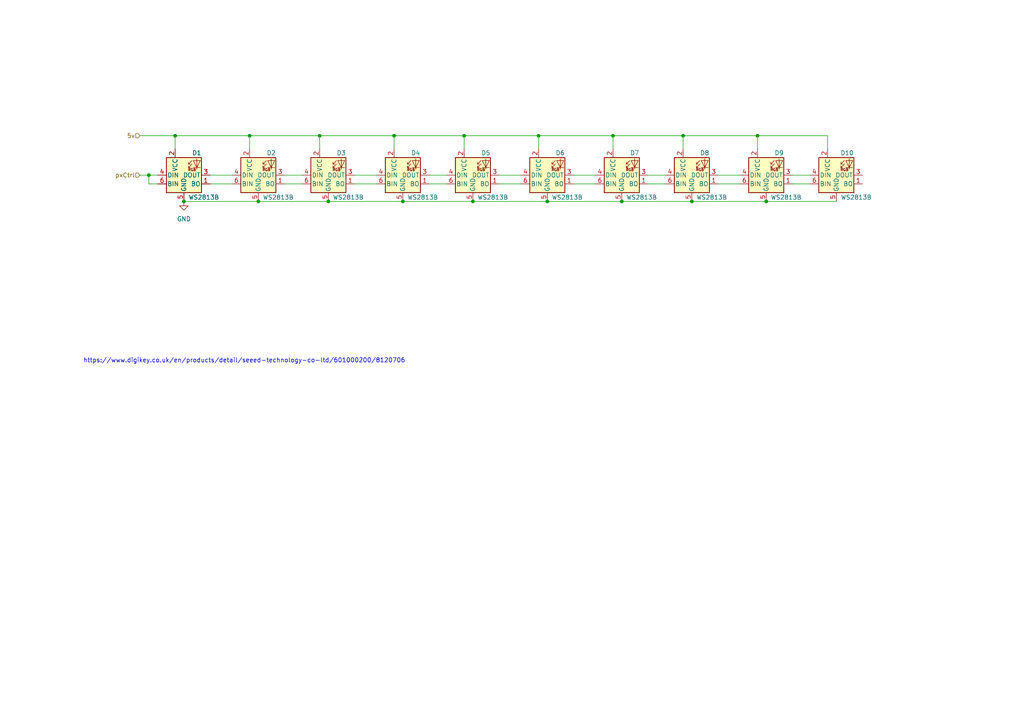
<source format=kicad_sch>
(kicad_sch (version 20211123) (generator eeschema)
  (paper "A4")
  (lib_symbols
    (symbol "WS2813B_1" (pin_names (offset 0.254))
      (property "Reference" "D" (at 5.08 5.715 0))
      (property "Value" "WS2813B_1" (at 1.27 -5.715 0))
      (symbol "WS2813B_1_0_0"
        (text "RGB" (at 2.3431 1.5678 0) (effects (font (size 0.762 0.762))))
      )
      (symbol "WS2813B_1_0_1"
        (polyline (pts (xy 1.3659 2.1954) (xy 1.8739 2.1954)))
        (polyline (pts (xy 1.3659 3.2114) (xy 1.8739 3.2114)))
        (polyline (pts (xy 4.7561 2.2028) (xy 2.7241 2.2028)))
        (polyline (pts (xy 2.3431 3.2188) (xy 1.3271 2.2028) (xy 1.3271 2.7108)))
        (polyline (pts (xy 2.3431 4.2348) (xy 1.3271 3.2188) (xy 1.3271 3.7268)))
        (polyline (pts (xy 3.7401 4.7428) (xy 3.7401 2.2028) (xy 3.7401 1.6948)))
        (polyline (pts (xy 4.7561 4.2348) (xy 2.7241 4.2348) (xy 3.7401 2.2028) (xy 4.7561 4.2348)))
        (rectangle (start 5.08 5.08) (end -5.08 -5.08) (stroke (width 0.254)) (fill (type background)))
      )
      (symbol "WS2813B_1_1_1"
        (pin output line (at 7.62 -2.54 180) (length 2.54) (name "BO") (number "1"))
        (pin power_in line (at -2.54 7.62 270) (length 2.54) (name "VCC") (number "2"))
        (pin output line (at 7.62 0 180) (length 2.54) (name "DOUT") (number "3"))
        (pin input line (at -7.62 0 0) (length 2.54) (name "DIN") (number "4"))
        (pin power_in line (at 0 -7.62 90) (length 2.54) (name "GND") (number "5"))
        (pin input line (at -7.62 -2.54 0) (length 2.54) (name "BIN") (number "6"))
      )
    )
    (symbol "WS2813B_10" (pin_names (offset 0.254))
      (property "Reference" "D" (at 5.08 5.715 0))
      (property "Value" "WS2813B_10" (at 1.27 -5.715 0))
      (symbol "WS2813B_10_0_0"
        (text "RGB" (at 2.3431 1.5678 0) (effects (font (size 0.762 0.762))))
      )
      (symbol "WS2813B_10_0_1"
        (polyline (pts (xy 1.3659 2.1954) (xy 1.8739 2.1954)))
        (polyline (pts (xy 1.3659 3.2114) (xy 1.8739 3.2114)))
        (polyline (pts (xy 4.7561 2.2028) (xy 2.7241 2.2028)))
        (polyline (pts (xy 2.3431 3.2188) (xy 1.3271 2.2028) (xy 1.3271 2.7108)))
        (polyline (pts (xy 2.3431 4.2348) (xy 1.3271 3.2188) (xy 1.3271 3.7268)))
        (polyline (pts (xy 3.7401 4.7428) (xy 3.7401 2.2028) (xy 3.7401 1.6948)))
        (polyline (pts (xy 4.7561 4.2348) (xy 2.7241 4.2348) (xy 3.7401 2.2028) (xy 4.7561 4.2348)))
        (rectangle (start 5.08 5.08) (end -5.08 -5.08) (stroke (width 0.254)) (fill (type background)))
      )
      (symbol "WS2813B_10_1_1"
        (pin output line (at 7.62 -2.54 180) (length 2.54) (name "BO") (number "1"))
        (pin power_in line (at -2.54 7.62 270) (length 2.54) (name "VCC") (number "2"))
        (pin output line (at 7.62 0 180) (length 2.54) (name "DOUT") (number "3"))
        (pin input line (at -7.62 0 0) (length 2.54) (name "DIN") (number "4"))
        (pin power_in line (at 0 -7.62 90) (length 2.54) (name "GND") (number "5"))
        (pin input line (at -7.62 -2.54 0) (length 2.54) (name "BIN") (number "6"))
      )
    )
    (symbol "WS2813B_11" (pin_names (offset 0.254))
      (property "Reference" "D" (at 5.08 5.715 0))
      (property "Value" "WS2813B_11" (at 1.27 -5.715 0))
      (symbol "WS2813B_11_0_0"
        (text "RGB" (at 2.3431 1.5678 0) (effects (font (size 0.762 0.762))))
      )
      (symbol "WS2813B_11_0_1"
        (polyline (pts (xy 1.3659 2.1954) (xy 1.8739 2.1954)))
        (polyline (pts (xy 1.3659 3.2114) (xy 1.8739 3.2114)))
        (polyline (pts (xy 4.7561 2.2028) (xy 2.7241 2.2028)))
        (polyline (pts (xy 2.3431 3.2188) (xy 1.3271 2.2028) (xy 1.3271 2.7108)))
        (polyline (pts (xy 2.3431 4.2348) (xy 1.3271 3.2188) (xy 1.3271 3.7268)))
        (polyline (pts (xy 3.7401 4.7428) (xy 3.7401 2.2028) (xy 3.7401 1.6948)))
        (polyline (pts (xy 4.7561 4.2348) (xy 2.7241 4.2348) (xy 3.7401 2.2028) (xy 4.7561 4.2348)))
        (rectangle (start 5.08 5.08) (end -5.08 -5.08) (stroke (width 0.254)) (fill (type background)))
      )
      (symbol "WS2813B_11_1_1"
        (pin output line (at 7.62 -2.54 180) (length 2.54) (name "BO") (number "1"))
        (pin power_in line (at -2.54 7.62 270) (length 2.54) (name "VCC") (number "2"))
        (pin output line (at 7.62 0 180) (length 2.54) (name "DOUT") (number "3"))
        (pin input line (at -7.62 0 0) (length 2.54) (name "DIN") (number "4"))
        (pin power_in line (at 0 -7.62 90) (length 2.54) (name "GND") (number "5"))
        (pin input line (at -7.62 -2.54 0) (length 2.54) (name "BIN") (number "6"))
      )
    )
    (symbol "WS2813B_2" (pin_names (offset 0.254))
      (property "Reference" "D" (at 5.08 5.715 0))
      (property "Value" "WS2813B_2" (at 1.27 -5.715 0))
      (symbol "WS2813B_2_0_0"
        (text "RGB" (at 2.3431 1.5678 0) (effects (font (size 0.762 0.762))))
      )
      (symbol "WS2813B_2_0_1"
        (polyline (pts (xy 1.3659 2.1954) (xy 1.8739 2.1954)))
        (polyline (pts (xy 1.3659 3.2114) (xy 1.8739 3.2114)))
        (polyline (pts (xy 4.7561 2.2028) (xy 2.7241 2.2028)))
        (polyline (pts (xy 2.3431 3.2188) (xy 1.3271 2.2028) (xy 1.3271 2.7108)))
        (polyline (pts (xy 2.3431 4.2348) (xy 1.3271 3.2188) (xy 1.3271 3.7268)))
        (polyline (pts (xy 3.7401 4.7428) (xy 3.7401 2.2028) (xy 3.7401 1.6948)))
        (polyline (pts (xy 4.7561 4.2348) (xy 2.7241 4.2348) (xy 3.7401 2.2028) (xy 4.7561 4.2348)))
        (rectangle (start 5.08 5.08) (end -5.08 -5.08) (stroke (width 0.254)) (fill (type background)))
      )
      (symbol "WS2813B_2_1_1"
        (pin output line (at 7.62 -2.54 180) (length 2.54) (name "BO") (number "1"))
        (pin power_in line (at -2.54 7.62 270) (length 2.54) (name "VCC") (number "2"))
        (pin output line (at 7.62 0 180) (length 2.54) (name "DOUT") (number "3"))
        (pin input line (at -7.62 0 0) (length 2.54) (name "DIN") (number "4"))
        (pin power_in line (at 0 -7.62 90) (length 2.54) (name "GND") (number "5"))
        (pin input line (at -7.62 -2.54 0) (length 2.54) (name "BIN") (number "6"))
      )
    )
    (symbol "WS2813B_3" (pin_names (offset 0.254))
      (property "Reference" "D" (at 5.08 5.715 0))
      (property "Value" "WS2813B_3" (at 1.27 -5.715 0))
      (symbol "WS2813B_3_0_0"
        (text "RGB" (at 2.3431 1.5678 0) (effects (font (size 0.762 0.762))))
      )
      (symbol "WS2813B_3_0_1"
        (polyline (pts (xy 1.3659 2.1954) (xy 1.8739 2.1954)))
        (polyline (pts (xy 1.3659 3.2114) (xy 1.8739 3.2114)))
        (polyline (pts (xy 4.7561 2.2028) (xy 2.7241 2.2028)))
        (polyline (pts (xy 2.3431 3.2188) (xy 1.3271 2.2028) (xy 1.3271 2.7108)))
        (polyline (pts (xy 2.3431 4.2348) (xy 1.3271 3.2188) (xy 1.3271 3.7268)))
        (polyline (pts (xy 3.7401 4.7428) (xy 3.7401 2.2028) (xy 3.7401 1.6948)))
        (polyline (pts (xy 4.7561 4.2348) (xy 2.7241 4.2348) (xy 3.7401 2.2028) (xy 4.7561 4.2348)))
        (rectangle (start 5.08 5.08) (end -5.08 -5.08) (stroke (width 0.254)) (fill (type background)))
      )
      (symbol "WS2813B_3_1_1"
        (pin output line (at 7.62 -2.54 180) (length 2.54) (name "BO") (number "1"))
        (pin power_in line (at -2.54 7.62 270) (length 2.54) (name "VCC") (number "2"))
        (pin output line (at 7.62 0 180) (length 2.54) (name "DOUT") (number "3"))
        (pin input line (at -7.62 0 0) (length 2.54) (name "DIN") (number "4"))
        (pin power_in line (at 0 -7.62 90) (length 2.54) (name "GND") (number "5"))
        (pin input line (at -7.62 -2.54 0) (length 2.54) (name "BIN") (number "6"))
      )
    )
    (symbol "WS2813B_4" (pin_names (offset 0.254))
      (property "Reference" "D" (at 5.08 5.715 0))
      (property "Value" "WS2813B_4" (at 1.27 -5.715 0))
      (symbol "WS2813B_4_0_0"
        (text "RGB" (at 2.3431 1.5678 0) (effects (font (size 0.762 0.762))))
      )
      (symbol "WS2813B_4_0_1"
        (polyline (pts (xy 1.3659 2.1954) (xy 1.8739 2.1954)))
        (polyline (pts (xy 1.3659 3.2114) (xy 1.8739 3.2114)))
        (polyline (pts (xy 4.7561 2.2028) (xy 2.7241 2.2028)))
        (polyline (pts (xy 2.3431 3.2188) (xy 1.3271 2.2028) (xy 1.3271 2.7108)))
        (polyline (pts (xy 2.3431 4.2348) (xy 1.3271 3.2188) (xy 1.3271 3.7268)))
        (polyline (pts (xy 3.7401 4.7428) (xy 3.7401 2.2028) (xy 3.7401 1.6948)))
        (polyline (pts (xy 4.7561 4.2348) (xy 2.7241 4.2348) (xy 3.7401 2.2028) (xy 4.7561 4.2348)))
        (rectangle (start 5.08 5.08) (end -5.08 -5.08) (stroke (width 0.254)) (fill (type background)))
      )
      (symbol "WS2813B_4_1_1"
        (pin output line (at 7.62 -2.54 180) (length 2.54) (name "BO") (number "1"))
        (pin power_in line (at -2.54 7.62 270) (length 2.54) (name "VCC") (number "2"))
        (pin output line (at 7.62 0 180) (length 2.54) (name "DOUT") (number "3"))
        (pin input line (at -7.62 0 0) (length 2.54) (name "DIN") (number "4"))
        (pin power_in line (at 0 -7.62 90) (length 2.54) (name "GND") (number "5"))
        (pin input line (at -7.62 -2.54 0) (length 2.54) (name "BIN") (number "6"))
      )
    )
    (symbol "WS2813B_5" (pin_names (offset 0.254))
      (property "Reference" "D" (at 5.08 5.715 0))
      (property "Value" "WS2813B_5" (at 1.27 -5.715 0))
      (symbol "WS2813B_5_0_0"
        (text "RGB" (at 2.3431 1.5678 0) (effects (font (size 0.762 0.762))))
      )
      (symbol "WS2813B_5_0_1"
        (polyline (pts (xy 1.3659 2.1954) (xy 1.8739 2.1954)))
        (polyline (pts (xy 1.3659 3.2114) (xy 1.8739 3.2114)))
        (polyline (pts (xy 4.7561 2.2028) (xy 2.7241 2.2028)))
        (polyline (pts (xy 2.3431 3.2188) (xy 1.3271 2.2028) (xy 1.3271 2.7108)))
        (polyline (pts (xy 2.3431 4.2348) (xy 1.3271 3.2188) (xy 1.3271 3.7268)))
        (polyline (pts (xy 3.7401 4.7428) (xy 3.7401 2.2028) (xy 3.7401 1.6948)))
        (polyline (pts (xy 4.7561 4.2348) (xy 2.7241 4.2348) (xy 3.7401 2.2028) (xy 4.7561 4.2348)))
        (rectangle (start 5.08 5.08) (end -5.08 -5.08) (stroke (width 0.254)) (fill (type background)))
      )
      (symbol "WS2813B_5_1_1"
        (pin output line (at 7.62 -2.54 180) (length 2.54) (name "BO") (number "1"))
        (pin power_in line (at -2.54 7.62 270) (length 2.54) (name "VCC") (number "2"))
        (pin output line (at 7.62 0 180) (length 2.54) (name "DOUT") (number "3"))
        (pin input line (at -7.62 0 0) (length 2.54) (name "DIN") (number "4"))
        (pin power_in line (at 0 -7.62 90) (length 2.54) (name "GND") (number "5"))
        (pin input line (at -7.62 -2.54 0) (length 2.54) (name "BIN") (number "6"))
      )
    )
    (symbol "WS2813B_6" (pin_names (offset 0.254))
      (property "Reference" "D" (at 5.08 5.715 0))
      (property "Value" "WS2813B_6" (at 1.27 -5.715 0))
      (symbol "WS2813B_6_0_0"
        (text "RGB" (at 2.3431 1.5678 0) (effects (font (size 0.762 0.762))))
      )
      (symbol "WS2813B_6_0_1"
        (polyline (pts (xy 1.3659 2.1954) (xy 1.8739 2.1954)))
        (polyline (pts (xy 1.3659 3.2114) (xy 1.8739 3.2114)))
        (polyline (pts (xy 4.7561 2.2028) (xy 2.7241 2.2028)))
        (polyline (pts (xy 2.3431 3.2188) (xy 1.3271 2.2028) (xy 1.3271 2.7108)))
        (polyline (pts (xy 2.3431 4.2348) (xy 1.3271 3.2188) (xy 1.3271 3.7268)))
        (polyline (pts (xy 3.7401 4.7428) (xy 3.7401 2.2028) (xy 3.7401 1.6948)))
        (polyline (pts (xy 4.7561 4.2348) (xy 2.7241 4.2348) (xy 3.7401 2.2028) (xy 4.7561 4.2348)))
        (rectangle (start 5.08 5.08) (end -5.08 -5.08) (stroke (width 0.254)) (fill (type background)))
      )
      (symbol "WS2813B_6_1_1"
        (pin output line (at 7.62 -2.54 180) (length 2.54) (name "BO") (number "1"))
        (pin power_in line (at -2.54 7.62 270) (length 2.54) (name "VCC") (number "2"))
        (pin output line (at 7.62 0 180) (length 2.54) (name "DOUT") (number "3"))
        (pin input line (at -7.62 0 0) (length 2.54) (name "DIN") (number "4"))
        (pin power_in line (at 0 -7.62 90) (length 2.54) (name "GND") (number "5"))
        (pin input line (at -7.62 -2.54 0) (length 2.54) (name "BIN") (number "6"))
      )
    )
    (symbol "WS2813B_9" (pin_names (offset 0.254))
      (property "Reference" "D" (at 5.08 5.715 0))
      (property "Value" "WS2813B_9" (at 1.27 -5.715 0))
      (symbol "WS2813B_9_0_0"
        (text "RGB" (at 2.3431 1.5678 0) (effects (font (size 0.762 0.762))))
      )
      (symbol "WS2813B_9_0_1"
        (polyline (pts (xy 1.3659 2.1954) (xy 1.8739 2.1954)))
        (polyline (pts (xy 1.3659 3.2114) (xy 1.8739 3.2114)))
        (polyline (pts (xy 4.7561 2.2028) (xy 2.7241 2.2028)))
        (polyline (pts (xy 2.3431 3.2188) (xy 1.3271 2.2028) (xy 1.3271 2.7108)))
        (polyline (pts (xy 2.3431 4.2348) (xy 1.3271 3.2188) (xy 1.3271 3.7268)))
        (polyline (pts (xy 3.7401 4.7428) (xy 3.7401 2.2028) (xy 3.7401 1.6948)))
        (polyline (pts (xy 4.7561 4.2348) (xy 2.7241 4.2348) (xy 3.7401 2.2028) (xy 4.7561 4.2348)))
        (rectangle (start 5.08 5.08) (end -5.08 -5.08) (stroke (width 0.254)) (fill (type background)))
      )
      (symbol "WS2813B_9_1_1"
        (pin output line (at 7.62 -2.54 180) (length 2.54) (name "BO") (number "1"))
        (pin power_in line (at -2.54 7.62 270) (length 2.54) (name "VCC") (number "2"))
        (pin output line (at 7.62 0 180) (length 2.54) (name "DOUT") (number "3"))
        (pin input line (at -7.62 0 0) (length 2.54) (name "DIN") (number "4"))
        (pin power_in line (at 0 -7.62 90) (length 2.54) (name "GND") (number "5"))
        (pin input line (at -7.62 -2.54 0) (length 2.54) (name "BIN") (number "6"))
      )
    )
    (symbol "power:GND" (power) (pin_names (offset 0))
      (property "Value" "GND" (at 0 -3.81 0))
      (symbol "GND_0_1"
        (polyline (pts (xy 0 0) (xy 0 -1.27) (xy 1.27 -1.27) (xy 0 -2.54) (xy -1.27 -1.27) (xy 0 -1.27)))
      )
      (symbol "GND_1_1"
        (pin power_in line (at 0 0 270) (length 0) hide (name "GND") (number "1"))
      )
    )
    (symbol "pumpkin syms:WS2813B" (pin_names (offset 0.254))
      (property "Reference" "D" (at 5.08 5.715 0))
      (property "Value" "WS2813B" (at 1.27 -5.715 0))
      (symbol "WS2813B_0_0"
        (text "RGB" (at 2.3431 1.5678 0) (effects (font (size 0.762 0.762))))
      )
      (symbol "WS2813B_0_1"
        (polyline (pts (xy 1.3659 2.1954) (xy 1.8739 2.1954)))
        (polyline (pts (xy 1.3659 3.2114) (xy 1.8739 3.2114)))
        (polyline (pts (xy 4.7561 2.2028) (xy 2.7241 2.2028)))
        (polyline (pts (xy 2.3431 3.2188) (xy 1.3271 2.2028) (xy 1.3271 2.7108)))
        (polyline (pts (xy 2.3431 4.2348) (xy 1.3271 3.2188) (xy 1.3271 3.7268)))
        (polyline (pts (xy 3.7401 4.7428) (xy 3.7401 2.2028) (xy 3.7401 1.6948)))
        (polyline (pts (xy 4.7561 4.2348) (xy 2.7241 4.2348) (xy 3.7401 2.2028) (xy 4.7561 4.2348)))
        (rectangle (start 5.08 5.08) (end -5.08 -5.08) (stroke (width 0.254)) (fill (type background)))
      )
      (symbol "WS2813B_1_1"
        (pin output line (at 7.62 -2.54 180) (length 2.54) (name "BO") (number "1"))
        (pin power_in line (at -2.54 7.62 270) (length 2.54) (name "VCC") (number "2"))
        (pin output line (at 7.62 0 180) (length 2.54) (name "DOUT") (number "3"))
        (pin input line (at -7.62 0 0) (length 2.54) (name "DIN") (number "4"))
        (pin power_in line (at 0 -7.62 90) (length 2.54) (name "GND") (number "5"))
        (pin input line (at -7.62 -2.54 0) (length 2.54) (name "BIN") (number "6"))
      )
    )
  )
  (junction (at 53.34 58.42))
  (junction (at 50.8 39.37))
  (junction (at 95.25 58.42))
  (junction (at 180.34 58.42))
  (junction (at 177.8 39.37))
  (junction (at 219.71 39.37))
  (junction (at 198.12 39.37))
  (junction (at 114.3 39.37))
  (junction (at 158.75 58.42))
  (junction (at 222.25 58.42))
  (junction (at 92.71 39.37))
  (junction (at 134.62 39.37))
  (junction (at 137.16 58.42))
  (junction (at 200.66 58.42))
  (junction (at 116.84 58.42))
  (junction (at 156.21 39.37))
  (junction (at 43.18 50.8))
  (junction (at 72.39 39.37))
  (junction (at 74.93 58.42))
  (wire (pts (xy 116.84 58.42) (xy 137.16 58.42)))
  (wire (pts (xy 219.71 43.18) (xy 219.71 39.37)))
  (wire (pts (xy 45.72 53.34) (xy 43.18 53.34)))
  (wire (pts (xy 229.87 50.8) (xy 234.95 50.8)))
  (wire (pts (xy 134.62 39.37) (xy 156.21 39.37)))
  (wire (pts (xy 240.03 39.37) (xy 219.71 39.37)))
  (wire (pts (xy 177.8 43.18) (xy 177.8 39.37)))
  (wire (pts (xy 166.37 53.34) (xy 172.72 53.34)))
  (wire (pts (xy 95.25 58.42) (xy 116.84 58.42)))
  (wire (pts (xy 82.55 50.8) (xy 87.63 50.8)))
  (wire (pts (xy 158.75 58.42) (xy 180.34 58.42)))
  (wire (pts (xy 72.39 43.18) (xy 72.39 39.37)))
  (wire (pts (xy 219.71 39.37) (xy 198.12 39.37)))
  (wire (pts (xy 200.66 58.42) (xy 222.25 58.42)))
  (wire (pts (xy 114.3 43.18) (xy 114.3 39.37)))
  (wire (pts (xy 208.28 53.34) (xy 214.63 53.34)))
  (wire (pts (xy 92.71 43.18) (xy 92.71 39.37)))
  (wire (pts (xy 156.21 43.18) (xy 156.21 39.37)))
  (wire (pts (xy 166.37 50.8) (xy 172.72 50.8)))
  (wire (pts (xy 240.03 43.18) (xy 240.03 39.37)))
  (wire (pts (xy 187.96 53.34) (xy 193.04 53.34)))
  (wire (pts (xy 180.34 58.42) (xy 200.66 58.42)))
  (wire (pts (xy 102.87 53.34) (xy 109.22 53.34)))
  (wire (pts (xy 74.93 58.42) (xy 95.25 58.42)))
  (wire (pts (xy 198.12 43.18) (xy 198.12 39.37)))
  (wire (pts (xy 72.39 39.37) (xy 50.8 39.37)))
  (wire (pts (xy 187.96 50.8) (xy 193.04 50.8)))
  (wire (pts (xy 208.28 50.8) (xy 214.63 50.8)))
  (wire (pts (xy 156.21 39.37) (xy 177.8 39.37)))
  (wire (pts (xy 229.87 53.34) (xy 234.95 53.34)))
  (wire (pts (xy 92.71 39.37) (xy 114.3 39.37)))
  (wire (pts (xy 222.25 58.42) (xy 242.57 58.42)))
  (wire (pts (xy 50.8 43.18) (xy 50.8 39.37)))
  (wire (pts (xy 82.55 53.34) (xy 87.63 53.34)))
  (wire (pts (xy 60.96 50.8) (xy 67.31 50.8)))
  (wire (pts (xy 102.87 50.8) (xy 109.22 50.8)))
  (wire (pts (xy 124.46 53.34) (xy 129.54 53.34)))
  (wire (pts (xy 134.62 43.18) (xy 134.62 39.37)))
  (wire (pts (xy 144.78 53.34) (xy 151.13 53.34)))
  (wire (pts (xy 198.12 39.37) (xy 177.8 39.37)))
  (wire (pts (xy 43.18 53.34) (xy 43.18 50.8)))
  (wire (pts (xy 53.34 58.42) (xy 74.93 58.42)))
  (wire (pts (xy 43.18 50.8) (xy 45.72 50.8)))
  (wire (pts (xy 144.78 50.8) (xy 151.13 50.8)))
  (wire (pts (xy 137.16 58.42) (xy 158.75 58.42)))
  (wire (pts (xy 72.39 39.37) (xy 92.71 39.37)))
  (wire (pts (xy 40.64 50.8) (xy 43.18 50.8)))
  (wire (pts (xy 114.3 39.37) (xy 134.62 39.37)))
  (wire (pts (xy 124.46 50.8) (xy 129.54 50.8)))
  (wire (pts (xy 40.64 39.37) (xy 50.8 39.37)))
  (wire (pts (xy 60.96 53.34) (xy 67.31 53.34)))
  (text "https://www.digikey.co.uk/en/products/detail/seeed-technology-co-ltd/601000200/8120706" (at 24.13 105.41 0) (effects (font (size 1.27 1.27)) (justify left bottom)))
  (hierarchical_label "5v" (shape input) (at 40.64 39.37 180))
  (hierarchical_label "pxCtrl" (shape input) (at 40.64 50.8 180))
  (symbol (lib_id "power:GND") (at 53.34 58.42 0) (unit 1)
    (property "Reference" "#PWR020" (effects hide))
    (property "Value" "GND" (at 53.34 63.5 0))
  )
  (symbol (lib_name "WS2813B_9") (lib_id "pumpkin syms:WS2813B") (at 242.57 50.8 0) (unit 1)
    (property "Reference" "D10" (at 247.65 45.085 0) (effects (justify right bottom)))
    (property "Value" "WS2813B" (at 243.84 56.515 0) (effects (justify left top)))
    (property "Footprint" "Library:LED_WS2813_hand" (effects hide))
    (property "Datasheet" "https://media.digikey.com/pdf/Data%20Sheets/Seeed%20Technology/WS2813B_Ver.V5_10-20-19.pdf" (effects hide))
  )
  (symbol (lib_name "WS2813B_11") (lib_id "pumpkin syms:WS2813B") (at 200.66 50.8 0) (unit 1)
    (property "Reference" "D8" (at 205.74 45.085 0) (effects (justify right bottom)))
    (property "Value" "WS2813B" (at 201.93 56.515 0) (effects (justify left top)))
    (property "Footprint" "Library:LED_WS2813_hand" (effects hide))
    (property "Datasheet" "https://media.digikey.com/pdf/Data%20Sheets/Seeed%20Technology/WS2813B_Ver.V5_10-20-19.pdf" (effects hide))
  )
  (symbol (lib_name "WS2813B_3") (lib_id "pumpkin syms:WS2813B") (at 53.34 50.8 0) (unit 1)
    (property "Reference" "D1" (at 58.42 45.085 0) (effects (justify right bottom)))
    (property "Value" "WS2813B" (at 54.61 56.515 0) (effects (justify left top)))
    (property "Footprint" "Library:LED_WS2813_hand" (effects hide))
    (property "Datasheet" "https://media.digikey.com/pdf/Data%20Sheets/Seeed%20Technology/WS2813B_Ver.V5_10-20-19.pdf" (effects hide))
  )
  (symbol (lib_name "WS2813B_5") (lib_id "pumpkin syms:WS2813B") (at 137.16 50.8 0) (unit 1)
    (property "Reference" "D5" (at 142.24 45.085 0) (effects (justify right bottom)))
    (property "Value" "WS2813B" (at 138.43 56.515 0) (effects (justify left top)))
    (property "Footprint" "Library:LED_WS2813_hand" (effects hide))
    (property "Datasheet" "https://media.digikey.com/pdf/Data%20Sheets/Seeed%20Technology/WS2813B_Ver.V5_10-20-19.pdf" (effects hide))
  )
  (symbol (lib_name "WS2813B_10") (lib_id "pumpkin syms:WS2813B") (at 222.25 50.8 0) (unit 1)
    (property "Reference" "D9" (at 227.33 45.085 0) (effects (justify right bottom)))
    (property "Value" "WS2813B" (at 223.52 56.515 0) (effects (justify left top)))
    (property "Footprint" "Library:LED_WS2813_hand" (effects hide))
    (property "Datasheet" "https://media.digikey.com/pdf/Data%20Sheets/Seeed%20Technology/WS2813B_Ver.V5_10-20-19.pdf" (effects hide))
  )
  (symbol (lib_name "WS2813B_1") (lib_id "pumpkin syms:WS2813B") (at 95.25 50.8 0) (unit 1)
    (property "Reference" "D3" (at 100.33 45.085 0) (effects (justify right bottom)))
    (property "Value" "WS2813B" (at 96.52 56.515 0) (effects (justify left top)))
    (property "Footprint" "Library:LED_WS2813_hand" (effects hide))
    (property "Datasheet" "https://media.digikey.com/pdf/Data%20Sheets/Seeed%20Technology/WS2813B_Ver.V5_10-20-19.pdf" (effects hide))
  )
  (symbol (lib_name "WS2813B_2") (lib_id "pumpkin syms:WS2813B") (at 74.93 50.8 0) (unit 1)
    (property "Reference" "D2" (at 80.01 45.085 0) (effects (justify right bottom)))
    (property "Value" "WS2813B" (at 76.2 56.515 0) (effects (justify left top)))
    (property "Footprint" "Library:LED_WS2813_hand" (effects hide))
    (property "Datasheet" "https://media.digikey.com/pdf/Data%20Sheets/Seeed%20Technology/WS2813B_Ver.V5_10-20-19.pdf" (effects hide))
  )
  (symbol (lib_name "WS2813B_4") (lib_id "pumpkin syms:WS2813B") (at 116.84 50.8 0) (unit 1)
    (property "Reference" "D4" (at 121.92 45.085 0) (effects (justify right bottom)))
    (property "Value" "WS2813B" (at 118.11 56.515 0) (effects (justify left top)))
    (property "Footprint" "Library:LED_WS2813_hand" (effects hide))
    (property "Datasheet" "https://media.digikey.com/pdf/Data%20Sheets/Seeed%20Technology/WS2813B_Ver.V5_10-20-19.pdf" (effects hide))
  )
  (symbol (lib_name "WS2813B_6") (lib_id "pumpkin syms:WS2813B") (at 158.75 50.8 0) (unit 1)
    (property "Reference" "D6" (at 163.83 45.085 0) (effects (justify right bottom)))
    (property "Value" "WS2813B" (at 160.02 56.515 0) (effects (justify left top)))
    (property "Footprint" "Library:LED_WS2813_hand" (effects hide))
    (property "Datasheet" "https://media.digikey.com/pdf/Data%20Sheets/Seeed%20Technology/WS2813B_Ver.V5_10-20-19.pdf" (effects hide))
  )
  (symbol (lib_id "pumpkin syms:WS2813B") (at 180.34 50.8 0) (unit 1)
    (property "Reference" "D7" (at 185.42 45.085 0) (effects (justify right bottom)))
    (property "Value" "WS2813B" (at 181.61 56.515 0) (effects (justify left top)))
    (property "Footprint" "Library:LED_WS2813_hand" (effects hide))
    (property "Datasheet" "https://media.digikey.com/pdf/Data%20Sheets/Seeed%20Technology/WS2813B_Ver.V5_10-20-19.pdf" (effects hide))
  )
)
</source>
